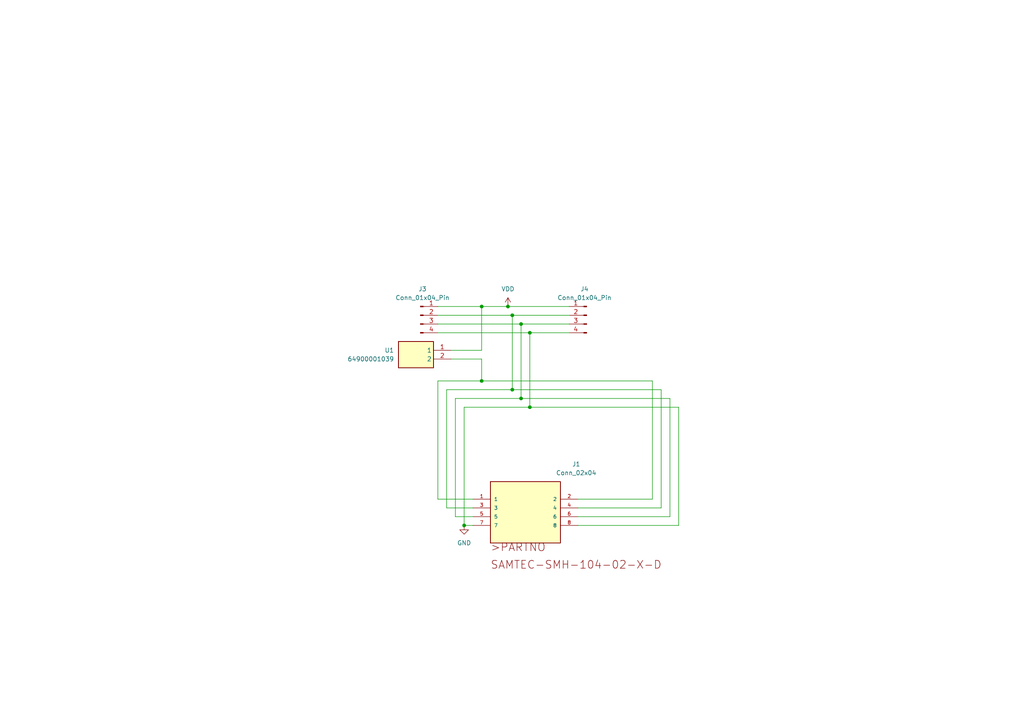
<source format=kicad_sch>
(kicad_sch (version 20231120) (generator "eeschema") (generator_version "8.0")
  (paper "A4")
  (lib_symbols
    (symbol "Connector:Conn_01x04_Pin" (pin_names (offset 1.016) hide)
      (property "Reference" "J" (at 0 5.08 0))
      (property "Value" "Conn_01x04_Pin" (at 0 -7.62 0))
      (symbol "Conn_01x04_Pin_1_1"
        (polyline (pts (xy 1.27 -5.08) (xy 0.8636 -5.08)) (stroke (width 0.1524)))
        (polyline (pts (xy 1.27 -2.54) (xy 0.8636 -2.54)) (stroke (width 0.1524)))
        (polyline (pts (xy 1.27 0) (xy 0.8636 0)) (stroke (width 0.1524)))
        (polyline (pts (xy 1.27 2.54) (xy 0.8636 2.54)) (stroke (width 0.1524)))
        (rectangle (start 0.8636 -4.953) (end 0 -5.207) (stroke (width 0.1524)) (fill (type outline)))
        (rectangle (start 0.8636 -2.413) (end 0 -2.667) (stroke (width 0.1524)) (fill (type outline)))
        (rectangle (start 0.8636 0.127) (end 0 -0.127) (stroke (width 0.1524)) (fill (type outline)))
        (rectangle (start 0.8636 2.667) (end 0 2.413) (stroke (width 0.1524)) (fill (type outline)))
        (pin passive line (at 5.08 2.54 180) (length 3.81) (name "Pin_1") (number "1"))
        (pin passive line (at 5.08 0 180) (length 3.81) (name "Pin_2") (number "2"))
        (pin passive line (at 5.08 -2.54 180) (length 3.81) (name "Pin_3") (number "3"))
        (pin passive line (at 5.08 -5.08 180) (length 3.81) (name "Pin_4") (number "4"))
      )
    )
    (symbol "NextPCB:Conn_02x04_socket_angle" (pin_names (offset 1.016))
      (property "Reference" "J" (at 0 5.08 0))
      (property "Value" "Conn_02x04" (at 0 -17.78 0))
      (symbol "Conn_02x04_socket_angle_0_0"
        (rectangle (start 0 5.08) (end 20.3 -12.7) (stroke (width 0.254)) (fill (type background)))
        (text ">PARTNO" (at 0 -15.24 0) (effects (font (size 2.286 2.286)) (justify left bottom)))
        (text "SAMTEC-SMH-104-02-X-D" (at 0 -20.32 0) (effects (font (size 2.286 2.286)) (justify left bottom)))
        (pin passive line (at -5.08 0 0) (length 5.08) (name "1") (number "1"))
        (pin passive line (at 25.4 0 180) (length 5.08) (name "2") (number "2"))
        (pin passive line (at -5.08 -2.54 0) (length 5.08) (name "3") (number "3"))
        (pin passive line (at 25.4 -2.54 180) (length 5.08) (name "4") (number "4"))
        (pin passive line (at -5.08 -5.08 0) (length 5.08) (name "5") (number "5"))
        (pin passive line (at 25.4 -5.08 180) (length 5.08) (name "6") (number "6"))
        (pin passive line (at -5.08 -7.62 0) (length 5.08) (name "7") (number "7"))
        (pin passive line (at 25.4 -7.62 180) (length 5.08) (name "8") (number "8"))
      )
    )
    (symbol "NextPCB:Fuseholder"
      (property "Reference" "U" (at 16.51 7.62 0))
      (property "Value" "64900001039" (at 16.51 5.08 0))
      (symbol "Fuseholder_1_1"
        (rectangle (start 5.08 2.54) (end 15.24 -5.08) (stroke (width 0.254)) (fill (type background)))
        (pin passive line (at 0 0 0) (length 5.08) (name "1") (number "1"))
        (pin passive line (at 0 -2.54 0) (length 5.08) (name "2") (number "2"))
      )
    )
    (symbol "power:GND" (power) (pin_numbers hide) (pin_names (offset 0) hide)
      (property "Value" "GND" (at 0 -3.81 0))
      (symbol "GND_0_1"
        (polyline (pts (xy 0 0) (xy 0 -1.27) (xy 1.27 -1.27) (xy 0 -2.54) (xy -1.27 -1.27) (xy 0 -1.27)))
      )
      (symbol "GND_1_1"
        (pin power_in line (at 0 0 270) (length 0) (name "~") (number "1"))
      )
    )
    (symbol "power:VDD" (power) (pin_numbers hide) (pin_names (offset 0) hide)
      (property "Value" "VDD" (at 0 3.556 0))
      (symbol "VDD_0_1"
        (polyline (pts (xy -0.762 1.27) (xy 0 2.54)))
        (polyline (pts (xy 0 0) (xy 0 2.54)))
        (polyline (pts (xy 0 2.54) (xy 0.762 1.27)))
      )
      (symbol "VDD_1_1"
        (pin power_in line (at 0 0 90) (length 0) (name "~") (number "1"))
      )
    )
  )
  (junction (at 139.7 88.9))
  (junction (at 151.13 93.98))
  (junction (at 139.7 110.49))
  (junction (at 153.67 96.52))
  (junction (at 148.59 113.03))
  (junction (at 151.13 115.57))
  (junction (at 134.62 152.4))
  (junction (at 147.32 88.9))
  (junction (at 153.67 118.11))
  (junction (at 148.59 91.44))
  (wire (pts (xy 167.64 144.78) (xy 189.23 144.78)))
  (wire (pts (xy 151.13 93.98) (xy 165.1 93.98)))
  (wire (pts (xy 134.62 118.11) (xy 153.67 118.11)))
  (wire (pts (xy 139.7 104.14) (xy 139.7 110.49)))
  (wire (pts (xy 148.59 91.44) (xy 165.1 91.44)))
  (wire (pts (xy 147.32 88.9) (xy 165.1 88.9)))
  (wire (pts (xy 194.31 115.57) (xy 194.31 149.86)))
  (wire (pts (xy 151.13 93.98) (xy 151.13 115.57)))
  (wire (pts (xy 153.67 96.52) (xy 153.67 118.11)))
  (wire (pts (xy 127 110.49) (xy 127 144.78)))
  (wire (pts (xy 134.62 152.4) (xy 137.16 152.4)))
  (wire (pts (xy 127 91.44) (xy 148.59 91.44)))
  (wire (pts (xy 139.7 88.9) (xy 139.7 101.6)))
  (wire (pts (xy 167.64 149.86) (xy 194.31 149.86)))
  (wire (pts (xy 127 96.52) (xy 153.67 96.52)))
  (wire (pts (xy 130.81 101.6) (xy 139.7 101.6)))
  (wire (pts (xy 167.64 152.4) (xy 196.85 152.4)))
  (wire (pts (xy 132.08 149.86) (xy 137.16 149.86)))
  (wire (pts (xy 191.77 113.03) (xy 191.77 147.32)))
  (wire (pts (xy 132.08 115.57) (xy 132.08 149.86)))
  (wire (pts (xy 196.85 118.11) (xy 196.85 152.4)))
  (wire (pts (xy 127 93.98) (xy 151.13 93.98)))
  (wire (pts (xy 153.67 118.11) (xy 196.85 118.11)))
  (wire (pts (xy 153.67 96.52) (xy 165.1 96.52)))
  (wire (pts (xy 127 144.78) (xy 137.16 144.78)))
  (wire (pts (xy 132.08 115.57) (xy 151.13 115.57)))
  (wire (pts (xy 191.77 147.32) (xy 167.64 147.32)))
  (wire (pts (xy 129.54 113.03) (xy 148.59 113.03)))
  (wire (pts (xy 130.81 104.14) (xy 139.7 104.14)))
  (wire (pts (xy 129.54 113.03) (xy 129.54 147.32)))
  (wire (pts (xy 129.54 147.32) (xy 137.16 147.32)))
  (wire (pts (xy 127 110.49) (xy 139.7 110.49)))
  (wire (pts (xy 189.23 110.49) (xy 189.23 144.78)))
  (wire (pts (xy 148.59 113.03) (xy 191.77 113.03)))
  (wire (pts (xy 127 88.9) (xy 139.7 88.9)))
  (wire (pts (xy 148.59 91.44) (xy 148.59 113.03)))
  (wire (pts (xy 139.7 110.49) (xy 189.23 110.49)))
  (wire (pts (xy 151.13 115.57) (xy 194.31 115.57)))
  (wire (pts (xy 139.7 88.9) (xy 147.32 88.9)))
  (wire (pts (xy 134.62 118.11) (xy 134.62 152.4)))
  (symbol (lib_id "power:GND") (at 134.62 152.4 0) (unit 1)
    (property "Reference" "#PWR01" (effects (hide yes)))
    (property "Value" "GND" (at 134.62 157.48 0))
    (property "Description" "Power symbol creates a global label with name \"GND\" , ground" (effects (hide yes)))
  )
  (symbol (lib_id "power:VDD") (at 147.32 88.9 0) (unit 1)
    (property "Reference" "#PWR02" (effects (hide yes)))
    (property "Value" "VDD" (at 147.32 83.82 0))
    (property "Description" "Power symbol creates a global label with name \"VDD\"" (effects (hide yes)))
  )
  (symbol (lib_id "Connector:Conn_01x04_Pin") (at 170.18 91.44 0) (mirror y) (unit 1)
    (property "Reference" "J4" (at 169.545 83.82 0))
    (property "Value" "Conn_01x04_Pin" (at 169.545 86.36 0))
    (property "Footprint" "Connector_PinHeader_2.54mm:PinHeader_1x04_P2.54mm_Vertical_SMD_Pin1Left" (effects (hide yes)))
    (property "Description" "Generic connector, single row, 01x04, script generated" (effects (hide yes)))
  )
  (symbol (lib_id "NextPCB:Fuseholder") (at 130.81 101.6 0) (mirror y) (unit 1)
    (property "Reference" "U1" (at 114.3 101.5999 0) (effects (justify left)))
    (property "Value" "64900001039" (at 114.3 104.1399 0) (effects (justify left)))
    (property "Footprint" "NextPCB:Fuseholder" (effects (hide yes)))
    (property "Datasheet" "http://www.littelfuse.com/~/media/electronics/datasheets/fuse_blocks/littelfuse_fuse_block_649_datasheet.pdf.pdf" (effects (hide yes)))
    (property "Description" "5x20mm Fuseholder 6.3A 250V Littelfuse 6.3A PCB Mount Fuse Holder for 5 x 20mm Cartridge Fuse, 250 V" (effects (hide yes)))
    (property "Manufacturer_Name" "LITTELFUSE" (effects (hide yes)))
    (property "Manufacturer_Part_Number" "64900001039" (effects (hide yes)))
    (property "Mouser Part Number" "576-64900001039" (effects (hide yes)))
    (property "Mouser Price/Stock" "https://www.mouser.co.uk/ProductDetail/Littelfuse/64900001039?qs=hH%252BOa0VZEiArPloPoB86OA%3D%3D" (effects (hide yes)))
    (property "Arrow Part Number" "64900001039" (effects (hide yes)))
    (property "Arrow Price/Stock" "https://www.arrow.com/en/products/64900001039/littelfuse?region=nac" (effects (hide yes)))
    (property "NextPCB_url" "https://www.hqonline.com/product-detail/fuse-holders---clips---boxes-littelfuse-65600001009-1003834129" (effects (hide yes)))
    (property "NextPCB_price" "0.4163" (effects (hide yes)))
  )
  (symbol (lib_id "Connector:Conn_01x04_Pin") (at 121.92 91.44 0) (unit 1)
    (property "Reference" "J3" (at 122.555 83.82 0))
    (property "Value" "Conn_01x04_Pin" (at 122.555 86.36 0))
    (property "Footprint" "Connector_PinHeader_2.54mm:PinHeader_1x04_P2.54mm_Vertical_SMD_Pin1Left" (effects (hide yes)))
    (property "Description" "Generic connector, single row, 01x04, script generated" (effects (hide yes)))
  )
  (symbol (lib_id "NextPCB:Conn_02x04_socket_angle") (at 142.24 144.78 0) (unit 1)
    (property "Reference" "J1" (at 167.1415 134.62 0))
    (property "Value" "Conn_02x04" (at 167.1415 137.16 0))
    (property "Footprint" "NextPCB:Conn_02x04_socket_angle" (effects (hide yes)))
    (property "MF" "Samtec" (effects (hide yes)))
    (property "Description_1" "\n8 Position Receptacle Connector 0.100 (2.54mm) Surface Mount, Right Angle Gold\n" (effects (hide yes)))
    (property "Package" "None" (effects (hide yes)))
    (property "Price" "None" (effects (hide yes)))
    (property "SnapEDA_Link" "https://www.snapeda.com/parts/SMH-104-02-G-D/Samtec/view-part/?ref=snap" (effects (hide yes)))
    (property "MP" "SMH-104-02-G-D" (effects (hide yes)))
    (property "Availability" "In Stock" (effects (hide yes)))
    (property "Check_prices" "https://www.snapeda.com/parts/SMH-104-02-G-D/Samtec/view-part/?ref=eda" (effects (hide yes)))
    (property "NextPCB_url" "https://www.hqonline.com/product-detail/female-headers-hctl-pm254-2-04-ws-8-5-2500404737" (effects (hide yes)))
    (property "NextPCB_price" "0.20095" (effects (hide yes)))
  )
)
</source>
